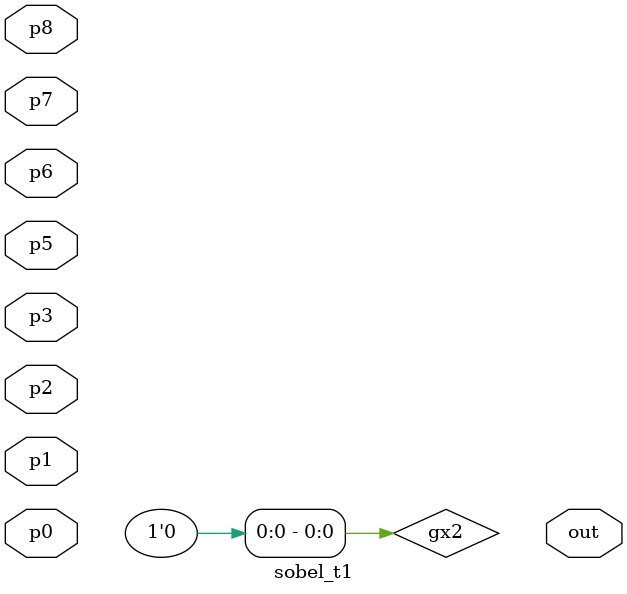
<source format=v>
`timescale 1ns / 1ps
module sobel_t1(p0, p1, p2, p3, p5, p6, p7, p8, out);

input  [7:0] p0,p1,p2,p3,p5,p6,p7,p8;	// 8 bit pixels inputs 
output [7:0] out;					// 8 bit output pixel 

wire signed [10:0] gx,gy;    //11 bits because max value of gx and gy is  
wire signed [10:0] gx1,gx2,gx3, gy1, gy2, gy3;    //11 bits because max value of gx and gy is  
//255*4 and last bit for sign					 
wire signed [10:0] abs_gx,abs_gy;	//it is used to find the absolute value of gx and gy 
wire [10:0] sum;			//the max value is 255*8. here no sign bit needed. 

assign gx1=(p2-p0);//sobel mask for gradient in horiz. direction 
assign gx2=((p5-p3)<<1);//sobel mask for gradient in horiz. direction 




endmodule

</source>
